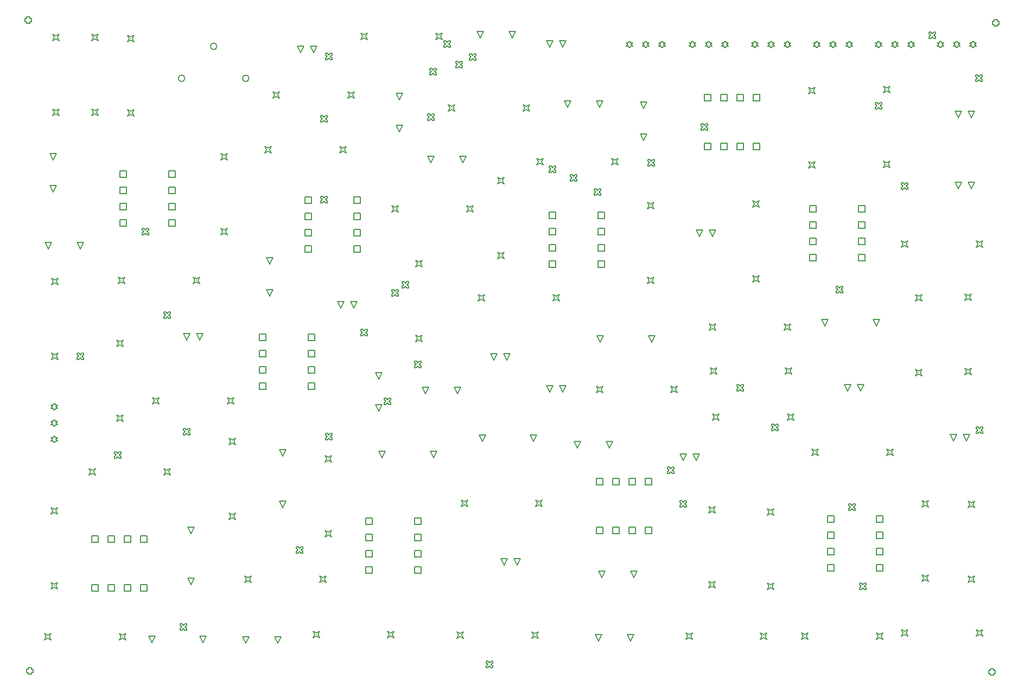
<source format=gbr>
G04*
G04 #@! TF.GenerationSoftware,Altium Limited,Altium Designer,22.4.2 (48)*
G04*
G04 Layer_Color=2752767*
%FSLAX25Y25*%
%MOIN*%
G70*
G04*
G04 #@! TF.SameCoordinates,9D7DA267-A193-428E-9E10-CD2539F38239*
G04*
G04*
G04 #@! TF.FilePolarity,Positive*
G04*
G01*
G75*
%ADD36C,0.00500*%
%ADD37C,0.00667*%
D36*
X530500Y445000D02*
Y449000D01*
X534500D01*
Y445000D01*
X530500D01*
X540500D02*
Y449000D01*
X544500D01*
Y445000D01*
X540500D01*
X550500D02*
Y449000D01*
X554500D01*
Y445000D01*
X550500D01*
X520500Y415000D02*
Y419000D01*
X524500D01*
Y415000D01*
X520500D01*
X144000Y143500D02*
Y147500D01*
X148000D01*
Y143500D01*
X144000D01*
X154000D02*
Y147500D01*
X158000D01*
Y143500D01*
X154000D01*
X164000D02*
Y147500D01*
X168000D01*
Y143500D01*
X164000D01*
X174000D02*
Y147500D01*
X178000D01*
Y143500D01*
X174000D01*
X144000Y173500D02*
Y177500D01*
X148000D01*
Y173500D01*
X144000D01*
X154000D02*
Y177500D01*
X158000D01*
Y173500D01*
X154000D01*
X164000D02*
Y177500D01*
X168000D01*
Y173500D01*
X164000D01*
X174000D02*
Y177500D01*
X178000D01*
Y173500D01*
X174000D01*
X277000Y267500D02*
Y271500D01*
X281000D01*
Y267500D01*
X277000D01*
Y277500D02*
Y281500D01*
X281000D01*
Y277500D01*
X277000D01*
Y287500D02*
Y291500D01*
X281000D01*
Y287500D01*
X277000D01*
Y297500D02*
Y301500D01*
X281000D01*
Y297500D01*
X277000D01*
X247000Y267500D02*
Y271500D01*
X251000D01*
Y267500D01*
X247000D01*
Y277500D02*
Y281500D01*
X251000D01*
Y277500D01*
X247000D01*
Y287500D02*
Y291500D01*
X251000D01*
Y287500D01*
X247000D01*
Y297500D02*
Y301500D01*
X251000D01*
Y297500D01*
X247000D01*
X585000Y376500D02*
Y380500D01*
X589000D01*
Y376500D01*
X585000D01*
Y366500D02*
Y370500D01*
X589000D01*
Y366500D01*
X585000D01*
Y356500D02*
Y360500D01*
X589000D01*
Y356500D01*
X585000D01*
Y346500D02*
Y350500D01*
X589000D01*
Y346500D01*
X585000D01*
X615000Y376500D02*
Y380500D01*
X619000D01*
Y376500D01*
X615000D01*
Y366500D02*
Y370500D01*
X619000D01*
Y366500D01*
X615000D01*
Y356500D02*
Y360500D01*
X619000D01*
Y356500D01*
X615000D01*
Y346500D02*
Y350500D01*
X619000D01*
Y346500D01*
X615000D01*
X425000Y372500D02*
Y376500D01*
X429000D01*
Y372500D01*
X425000D01*
Y362500D02*
Y366500D01*
X429000D01*
Y362500D01*
X425000D01*
Y352500D02*
Y356500D01*
X429000D01*
Y352500D01*
X425000D01*
Y342500D02*
Y346500D01*
X429000D01*
Y342500D01*
X425000D01*
X455000Y372500D02*
Y376500D01*
X459000D01*
Y372500D01*
X455000D01*
Y362500D02*
Y366500D01*
X459000D01*
Y362500D01*
X455000D01*
Y352500D02*
Y356500D01*
X459000D01*
Y352500D01*
X455000D01*
Y342500D02*
Y346500D01*
X459000D01*
Y342500D01*
X455000D01*
X161500Y398000D02*
Y402000D01*
X165500D01*
Y398000D01*
X161500D01*
Y388000D02*
Y392000D01*
X165500D01*
Y388000D01*
X161500D01*
Y378000D02*
Y382000D01*
X165500D01*
Y378000D01*
X161500D01*
Y368000D02*
Y372000D01*
X165500D01*
Y368000D01*
X161500D01*
X191500Y398000D02*
Y402000D01*
X195500D01*
Y398000D01*
X191500D01*
Y388000D02*
Y392000D01*
X195500D01*
Y388000D01*
X191500D01*
Y378000D02*
Y382000D01*
X195500D01*
Y378000D01*
X191500D01*
Y368000D02*
Y372000D01*
X195500D01*
Y368000D01*
X191500D01*
X520500Y445000D02*
Y449000D01*
X524500D01*
Y445000D01*
X520500D01*
X550500Y415000D02*
Y419000D01*
X554500D01*
Y415000D01*
X550500D01*
X540500D02*
Y419000D01*
X544500D01*
Y415000D01*
X540500D01*
X530500D02*
Y419000D01*
X534500D01*
Y415000D01*
X530500D01*
X455500Y113000D02*
X453500Y117000D01*
X457500D01*
X455500Y113000D01*
X475185D02*
X473185Y117000D01*
X477185D01*
X475185Y113000D01*
X312500Y184500D02*
Y188500D01*
X316500D01*
Y184500D01*
X312500D01*
Y174500D02*
Y178500D01*
X316500D01*
Y174500D01*
X312500D01*
Y164500D02*
Y168500D01*
X316500D01*
Y164500D01*
X312500D01*
Y154500D02*
Y158500D01*
X316500D01*
Y154500D01*
X312500D01*
X342500Y184500D02*
Y188500D01*
X346500D01*
Y184500D01*
X342500D01*
Y174500D02*
Y178500D01*
X346500D01*
Y174500D01*
X342500D01*
Y164500D02*
Y168500D01*
X346500D01*
Y164500D01*
X342500D01*
Y154500D02*
Y158500D01*
X346500D01*
Y154500D01*
X342500D01*
X454000Y179000D02*
Y183000D01*
X458000D01*
Y179000D01*
X454000D01*
X464000D02*
Y183000D01*
X468000D01*
Y179000D01*
X464000D01*
X474000D02*
Y183000D01*
X478000D01*
Y179000D01*
X474000D01*
X484000D02*
Y183000D01*
X488000D01*
Y179000D01*
X484000D01*
X454000Y209000D02*
Y213000D01*
X458000D01*
Y209000D01*
X454000D01*
X464000D02*
Y213000D01*
X468000D01*
Y209000D01*
X464000D01*
X474000D02*
Y213000D01*
X478000D01*
Y209000D01*
X474000D01*
X484000D02*
Y213000D01*
X488000D01*
Y209000D01*
X484000D01*
X275000Y382000D02*
Y386000D01*
X279000D01*
Y382000D01*
X275000D01*
Y372000D02*
Y376000D01*
X279000D01*
Y372000D01*
X275000D01*
Y362000D02*
Y366000D01*
X279000D01*
Y362000D01*
X275000D01*
Y352000D02*
Y356000D01*
X279000D01*
Y352000D01*
X275000D01*
X305000Y382000D02*
Y386000D01*
X309000D01*
Y382000D01*
X305000D01*
Y372000D02*
Y376000D01*
X309000D01*
Y372000D01*
X305000D01*
Y362000D02*
Y366000D01*
X309000D01*
Y362000D01*
X305000D01*
Y352000D02*
Y356000D01*
X309000D01*
Y352000D01*
X305000D01*
X596000Y186000D02*
Y190000D01*
X600000D01*
Y186000D01*
X596000D01*
Y176000D02*
Y180000D01*
X600000D01*
Y176000D01*
X596000D01*
Y166000D02*
Y170000D01*
X600000D01*
Y166000D01*
X596000D01*
Y156000D02*
Y160000D01*
X600000D01*
Y156000D01*
X596000D01*
X626000Y186000D02*
Y190000D01*
X630000D01*
Y186000D01*
X626000D01*
Y176000D02*
Y180000D01*
X630000D01*
Y176000D01*
X626000D01*
Y166000D02*
Y170000D01*
X630000D01*
Y166000D01*
X626000D01*
Y156000D02*
Y160000D01*
X630000D01*
Y156000D01*
X626000D01*
X121000Y255000D02*
X122000Y256000D01*
X123000D01*
X122000Y257000D01*
X123000Y258000D01*
X122000D01*
X121000Y259000D01*
X120000Y258000D01*
X119000D01*
X120000Y257000D01*
X119000Y256000D01*
X120000D01*
X121000Y255000D01*
Y245000D02*
X122000Y246000D01*
X123000D01*
X122000Y247000D01*
X123000Y248000D01*
X122000D01*
X121000Y249000D01*
X120000Y248000D01*
X119000D01*
X120000Y247000D01*
X119000Y246000D01*
X120000D01*
X121000Y245000D01*
Y235000D02*
X122000Y236000D01*
X123000D01*
X122000Y237000D01*
X123000Y238000D01*
X122000D01*
X121000Y239000D01*
X120000Y238000D01*
X119000D01*
X120000Y237000D01*
X119000Y236000D01*
X120000D01*
X121000Y235000D01*
X181000Y112000D02*
X179000Y116000D01*
X183000D01*
X181000Y112000D01*
X212496D02*
X210496Y116000D01*
X214496D01*
X212496Y112000D01*
X205000Y147504D02*
X203000Y151504D01*
X207000D01*
X205000Y147504D01*
Y179000D02*
X203000Y183000D01*
X207000D01*
X205000Y179000D01*
X261500Y226500D02*
X259500Y230500D01*
X263500D01*
X261500Y226500D01*
Y195004D02*
X259500Y199004D01*
X263500D01*
X261500Y195004D01*
X354000Y225500D02*
X352000Y229500D01*
X356000D01*
X354000Y225500D01*
X322504D02*
X320504Y229500D01*
X324504D01*
X322504Y225500D01*
X384000Y235500D02*
X382000Y239500D01*
X386000D01*
X384000Y235500D01*
X415496D02*
X413496Y239500D01*
X417496D01*
X415496Y235500D01*
X594504Y306500D02*
X592504Y310500D01*
X596504D01*
X594504Y306500D01*
X626000D02*
X624000Y310500D01*
X628000D01*
X626000Y306500D01*
X456504Y296500D02*
X454504Y300500D01*
X458504D01*
X456504Y296500D01*
X488000D02*
X486000Y300500D01*
X490000D01*
X488000Y296500D01*
X287500Y177067D02*
X288500Y179067D01*
X287500Y181067D01*
X289500Y180067D01*
X291500Y181067D01*
X290500Y179067D01*
X291500Y177067D01*
X289500Y178067D01*
X287500Y177067D01*
Y223000D02*
X288500Y225000D01*
X287500Y227000D01*
X289500Y226000D01*
X291500Y227000D01*
X290500Y225000D01*
X291500Y223000D01*
X289500Y224000D01*
X287500Y223000D01*
X228500Y233500D02*
X229500Y235500D01*
X228500Y237500D01*
X230500Y236500D01*
X232500Y237500D01*
X231500Y235500D01*
X232500Y233500D01*
X230500Y234500D01*
X228500Y233500D01*
Y187567D02*
X229500Y189567D01*
X228500Y191567D01*
X230500Y190567D01*
X232500Y191567D01*
X231500Y189567D01*
X232500Y187567D01*
X230500Y188567D01*
X228500Y187567D01*
X280000Y115000D02*
X281000Y117000D01*
X280000Y119000D01*
X282000Y118000D01*
X284000Y119000D01*
X283000Y117000D01*
X284000Y115000D01*
X282000Y116000D01*
X280000Y115000D01*
X325933D02*
X326933Y117000D01*
X325933Y119000D01*
X327933Y118000D01*
X329933Y119000D01*
X328933Y117000D01*
X329933Y115000D01*
X327933Y116000D01*
X325933Y115000D01*
X188500Y215000D02*
X189500Y217000D01*
X188500Y219000D01*
X190500Y218000D01*
X192500Y219000D01*
X191500Y217000D01*
X192500Y215000D01*
X190500Y216000D01*
X188500Y215000D01*
X142567D02*
X143567Y217000D01*
X142567Y219000D01*
X144567Y218000D01*
X146567Y219000D01*
X145567Y217000D01*
X146567Y215000D01*
X144567Y216000D01*
X142567Y215000D01*
X159500Y248067D02*
X160500Y250067D01*
X159500Y252067D01*
X161500Y251067D01*
X163500Y252067D01*
X162500Y250067D01*
X163500Y248067D01*
X161500Y249067D01*
X159500Y248067D01*
Y294000D02*
X160500Y296000D01*
X159500Y298000D01*
X161500Y297000D01*
X163500Y298000D01*
X162500Y296000D01*
X163500Y294000D01*
X161500Y295000D01*
X159500Y294000D01*
X119000Y145067D02*
X120000Y147067D01*
X119000Y149067D01*
X121000Y148067D01*
X123000Y149067D01*
X122000Y147067D01*
X123000Y145067D01*
X121000Y146067D01*
X119000Y145067D01*
Y191000D02*
X120000Y193000D01*
X119000Y195000D01*
X121000Y194000D01*
X123000Y195000D01*
X122000Y193000D01*
X123000Y191000D01*
X121000Y192000D01*
X119000Y191000D01*
X238067Y149000D02*
X239067Y151000D01*
X238067Y153000D01*
X240067Y152000D01*
X242067Y153000D01*
X241067Y151000D01*
X242067Y149000D01*
X240067Y150000D01*
X238067Y149000D01*
X284000D02*
X285000Y151000D01*
X284000Y153000D01*
X286000Y152000D01*
X288000Y153000D01*
X287000Y151000D01*
X288000Y149000D01*
X286000Y150000D01*
X284000Y149000D01*
X161000Y113500D02*
X162000Y115500D01*
X161000Y117500D01*
X163000Y116500D01*
X165000Y117500D01*
X164000Y115500D01*
X165000Y113500D01*
X163000Y114500D01*
X161000Y113500D01*
X115067D02*
X116067Y115500D01*
X115067Y117500D01*
X117067Y116500D01*
X119067Y117500D01*
X118067Y115500D01*
X119067Y113500D01*
X117067Y114500D01*
X115067Y113500D01*
X414500Y114500D02*
X415500Y116500D01*
X414500Y118500D01*
X416500Y117500D01*
X418500Y118500D01*
X417500Y116500D01*
X418500Y114500D01*
X416500Y115500D01*
X414500Y114500D01*
X368567D02*
X369567Y116500D01*
X368567Y118500D01*
X370567Y117500D01*
X372567Y118500D01*
X371567Y116500D01*
X372567Y114500D01*
X370567Y115500D01*
X368567Y114500D01*
X454000Y265500D02*
X455000Y267500D01*
X454000Y269500D01*
X456000Y268500D01*
X458000Y269500D01*
X457000Y267500D01*
X458000Y265500D01*
X456000Y266500D01*
X454000Y265500D01*
X499933D02*
X500933Y267500D01*
X499933Y269500D01*
X501933Y268500D01*
X503933Y269500D01*
X502933Y267500D01*
X503933Y265500D01*
X501933Y266500D01*
X499933Y265500D01*
X416933Y195500D02*
X417933Y197500D01*
X416933Y199500D01*
X418933Y198500D01*
X420933Y199500D01*
X419933Y197500D01*
X420933Y195500D01*
X418933Y196500D01*
X416933Y195500D01*
X371000D02*
X372000Y197500D01*
X371000Y199500D01*
X373000Y198500D01*
X375000Y199500D01*
X374000Y197500D01*
X375000Y195500D01*
X373000Y196500D01*
X371000Y195500D01*
X554933Y114000D02*
X555933Y116000D01*
X554933Y118000D01*
X556933Y117000D01*
X558933Y118000D01*
X557933Y116000D01*
X558933Y114000D01*
X556933Y115000D01*
X554933Y114000D01*
X509000D02*
X510000Y116000D01*
X509000Y118000D01*
X511000Y117000D01*
X513000Y118000D01*
X512000Y116000D01*
X513000Y114000D01*
X511000Y115000D01*
X509000Y114000D01*
X523000Y191500D02*
X524000Y193500D01*
X523000Y195500D01*
X525000Y194500D01*
X527000Y195500D01*
X526000Y193500D01*
X527000Y191500D01*
X525000Y192500D01*
X523000Y191500D01*
Y145567D02*
X524000Y147567D01*
X523000Y149567D01*
X525000Y148567D01*
X527000Y149567D01*
X526000Y147567D01*
X527000Y145567D01*
X525000Y146567D01*
X523000Y145567D01*
X580067Y114000D02*
X581067Y116000D01*
X580067Y118000D01*
X582067Y117000D01*
X584067Y118000D01*
X583067Y116000D01*
X584067Y114000D01*
X582067Y115000D01*
X580067Y114000D01*
X626000D02*
X627000Y116000D01*
X626000Y118000D01*
X628000Y117000D01*
X630000Y118000D01*
X629000Y116000D01*
X630000Y114000D01*
X628000Y115000D01*
X626000Y114000D01*
X687433Y116000D02*
X688433Y118000D01*
X687433Y120000D01*
X689433Y119000D01*
X691433Y120000D01*
X690433Y118000D01*
X691433Y116000D01*
X689433Y117000D01*
X687433Y116000D01*
X641500D02*
X642500Y118000D01*
X641500Y120000D01*
X643500Y119000D01*
X645500Y120000D01*
X644500Y118000D01*
X645500Y116000D01*
X643500Y117000D01*
X641500Y116000D01*
X525567Y248500D02*
X526567Y250500D01*
X525567Y252500D01*
X527567Y251500D01*
X529567Y252500D01*
X528567Y250500D01*
X529567Y248500D01*
X527567Y249500D01*
X525567Y248500D01*
X571500D02*
X572500Y250500D01*
X571500Y252500D01*
X573500Y251500D01*
X575500Y252500D01*
X574500Y250500D01*
X575500Y248500D01*
X573500Y249500D01*
X571500Y248500D01*
X559000Y190433D02*
X560000Y192433D01*
X559000Y194433D01*
X561000Y193433D01*
X563000Y194433D01*
X562000Y192433D01*
X563000Y190433D01*
X561000Y191433D01*
X559000Y190433D01*
Y144500D02*
X560000Y146500D01*
X559000Y148500D01*
X561000Y147500D01*
X563000Y148500D01*
X562000Y146500D01*
X563000Y144500D01*
X561000Y145500D01*
X559000Y144500D01*
X682500Y194933D02*
X683500Y196933D01*
X682500Y198933D01*
X684500Y197933D01*
X686500Y198933D01*
X685500Y196933D01*
X686500Y194933D01*
X684500Y195933D01*
X682500Y194933D01*
Y149000D02*
X683500Y151000D01*
X682500Y153000D01*
X684500Y152000D01*
X686500Y153000D01*
X685500Y151000D01*
X686500Y149000D01*
X684500Y150000D01*
X682500Y149000D01*
X680500Y276500D02*
X681500Y278500D01*
X680500Y280500D01*
X682500Y279500D01*
X684500Y280500D01*
X683500Y278500D01*
X684500Y276500D01*
X682500Y277500D01*
X680500Y276500D01*
Y322433D02*
X681500Y324433D01*
X680500Y326433D01*
X682500Y325433D01*
X684500Y326433D01*
X683500Y324433D01*
X684500Y322433D01*
X682500Y323433D01*
X680500Y322433D01*
X641567Y355000D02*
X642567Y357000D01*
X641567Y359000D01*
X643567Y358000D01*
X645567Y359000D01*
X644567Y357000D01*
X645567Y355000D01*
X643567Y356000D01*
X641567Y355000D01*
X687500D02*
X688500Y357000D01*
X687500Y359000D01*
X689500Y358000D01*
X691500Y359000D01*
X690500Y357000D01*
X691500Y355000D01*
X689500Y356000D01*
X687500Y355000D01*
X632500Y227000D02*
X633500Y229000D01*
X632500Y231000D01*
X634500Y230000D01*
X636500Y231000D01*
X635500Y229000D01*
X636500Y227000D01*
X634500Y228000D01*
X632500Y227000D01*
X586567D02*
X587567Y229000D01*
X586567Y231000D01*
X588567Y230000D01*
X590567Y231000D01*
X589567Y229000D01*
X590567Y227000D01*
X588567Y228000D01*
X586567Y227000D01*
X654000Y195433D02*
X655000Y197433D01*
X654000Y199433D01*
X656000Y198433D01*
X658000Y199433D01*
X657000Y197433D01*
X658000Y195433D01*
X656000Y196433D01*
X654000Y195433D01*
Y149500D02*
X655000Y151500D01*
X654000Y153500D01*
X656000Y152500D01*
X658000Y153500D01*
X657000Y151500D01*
X658000Y149500D01*
X656000Y150500D01*
X654000Y149500D01*
X650000Y321933D02*
X651000Y323933D01*
X650000Y325933D01*
X652000Y324933D01*
X654000Y325933D01*
X653000Y323933D01*
X654000Y321933D01*
X652000Y322933D01*
X650000Y321933D01*
Y276000D02*
X651000Y278000D01*
X650000Y280000D01*
X652000Y279000D01*
X654000Y280000D01*
X653000Y278000D01*
X654000Y276000D01*
X652000Y277000D01*
X650000Y276000D01*
X550000Y333567D02*
X551000Y335567D01*
X550000Y337567D01*
X552000Y336567D01*
X554000Y337567D01*
X553000Y335567D01*
X554000Y333567D01*
X552000Y334567D01*
X550000Y333567D01*
Y379500D02*
X551000Y381500D01*
X550000Y383500D01*
X552000Y382500D01*
X554000Y383500D01*
X553000Y381500D01*
X554000Y379500D01*
X552000Y380500D01*
X550000Y379500D01*
X630500Y449933D02*
X631500Y451933D01*
X630500Y453933D01*
X632500Y452933D01*
X634500Y453933D01*
X633500Y451933D01*
X634500Y449933D01*
X632500Y450933D01*
X630500Y449933D01*
Y404000D02*
X631500Y406000D01*
X630500Y408000D01*
X632500Y407000D01*
X634500Y408000D01*
X633500Y406000D01*
X634500Y404000D01*
X632500Y405000D01*
X630500Y404000D01*
X570000Y277000D02*
X571000Y279000D01*
X570000Y281000D01*
X572000Y280000D01*
X574000Y281000D01*
X573000Y279000D01*
X574000Y277000D01*
X572000Y278000D01*
X570000Y277000D01*
X524067D02*
X525067Y279000D01*
X524067Y281000D01*
X526067Y280000D01*
X528067Y281000D01*
X527067Y279000D01*
X528067Y277000D01*
X526067Y278000D01*
X524067Y277000D01*
X343000Y343000D02*
X344000Y345000D01*
X343000Y347000D01*
X345000Y346000D01*
X347000Y347000D01*
X346000Y345000D01*
X347000Y343000D01*
X345000Y344000D01*
X343000Y343000D01*
Y297067D02*
X344000Y299067D01*
X343000Y301067D01*
X345000Y300067D01*
X347000Y301067D01*
X346000Y299067D01*
X347000Y297067D01*
X345000Y298067D01*
X343000Y297067D01*
X569500Y304000D02*
X570500Y306000D01*
X569500Y308000D01*
X571500Y307000D01*
X573500Y308000D01*
X572500Y306000D01*
X573500Y304000D01*
X571500Y305000D01*
X569500Y304000D01*
X523567D02*
X524567Y306000D01*
X523567Y308000D01*
X525567Y307000D01*
X527567Y308000D01*
X526567Y306000D01*
X527567Y304000D01*
X525567Y305000D01*
X523567Y304000D01*
X584500Y403500D02*
X585500Y405500D01*
X584500Y407500D01*
X586500Y406500D01*
X588500Y407500D01*
X587500Y405500D01*
X588500Y403500D01*
X586500Y404500D01*
X584500Y403500D01*
Y449433D02*
X585500Y451433D01*
X584500Y453433D01*
X586500Y452433D01*
X588500Y453433D01*
X587500Y451433D01*
X588500Y449433D01*
X586500Y450433D01*
X584500Y449433D01*
X393500Y348067D02*
X394500Y350067D01*
X393500Y352067D01*
X395500Y351067D01*
X397500Y352067D01*
X396500Y350067D01*
X397500Y348067D01*
X395500Y349067D01*
X393500Y348067D01*
Y394000D02*
X394500Y396000D01*
X393500Y398000D01*
X395500Y397000D01*
X397500Y398000D01*
X396500Y396000D01*
X397500Y394000D01*
X395500Y395000D01*
X393500Y394000D01*
X381500Y322000D02*
X382500Y324000D01*
X381500Y326000D01*
X383500Y325000D01*
X385500Y326000D01*
X384500Y324000D01*
X385500Y322000D01*
X383500Y323000D01*
X381500Y322000D01*
X427433D02*
X428433Y324000D01*
X427433Y326000D01*
X429433Y325000D01*
X431433Y326000D01*
X430433Y324000D01*
X431433Y322000D01*
X429433Y323000D01*
X427433Y322000D01*
X417500Y405500D02*
X418500Y407500D01*
X417500Y409500D01*
X419500Y408500D01*
X421500Y409500D01*
X420500Y407500D01*
X421500Y405500D01*
X419500Y406500D01*
X417500Y405500D01*
X463433D02*
X464433Y407500D01*
X463433Y409500D01*
X465433Y408500D01*
X467433Y409500D01*
X466433Y407500D01*
X467433Y405500D01*
X465433Y406500D01*
X463433Y405500D01*
X485500Y332567D02*
X486500Y334567D01*
X485500Y336567D01*
X487500Y335567D01*
X489500Y336567D01*
X488500Y334567D01*
X489500Y332567D01*
X487500Y333567D01*
X485500Y332567D01*
Y378500D02*
X486500Y380500D01*
X485500Y382500D01*
X487500Y381500D01*
X489500Y382500D01*
X488500Y380500D01*
X489500Y378500D01*
X487500Y379500D01*
X485500Y378500D01*
X363067Y438500D02*
X364067Y440500D01*
X363067Y442500D01*
X365067Y441500D01*
X367067Y442500D01*
X366067Y440500D01*
X367067Y438500D01*
X365067Y439500D01*
X363067Y438500D01*
X409000D02*
X410000Y440500D01*
X409000Y442500D01*
X411000Y441500D01*
X413000Y442500D01*
X412000Y440500D01*
X413000Y438500D01*
X411000Y439500D01*
X409000Y438500D01*
X374433Y376500D02*
X375433Y378500D01*
X374433Y380500D01*
X376433Y379500D01*
X378433Y380500D01*
X377433Y378500D01*
X378433Y376500D01*
X376433Y377500D01*
X374433Y376500D01*
X328500D02*
X329500Y378500D01*
X328500Y380500D01*
X330500Y379500D01*
X332500Y380500D01*
X331500Y378500D01*
X332500Y376500D01*
X330500Y377500D01*
X328500Y376500D01*
X355500Y482500D02*
X356500Y484500D01*
X355500Y486500D01*
X357500Y485500D01*
X359500Y486500D01*
X358500Y484500D01*
X359500Y482500D01*
X357500Y483500D01*
X355500Y482500D01*
X309567D02*
X310567Y484500D01*
X309567Y486500D01*
X311567Y485500D01*
X313567Y486500D01*
X312567Y484500D01*
X313567Y482500D01*
X311567Y483500D01*
X309567Y482500D01*
X250567Y413000D02*
X251567Y415000D01*
X250567Y417000D01*
X252567Y416000D01*
X254567Y417000D01*
X253567Y415000D01*
X254567Y413000D01*
X252567Y414000D01*
X250567Y413000D01*
X296500D02*
X297500Y415000D01*
X296500Y417000D01*
X298500Y416000D01*
X300500Y417000D01*
X299500Y415000D01*
X300500Y413000D01*
X298500Y414000D01*
X296500Y413000D01*
X227433Y258500D02*
X228433Y260500D01*
X227433Y262500D01*
X229433Y261500D01*
X231433Y262500D01*
X230433Y260500D01*
X231433Y258500D01*
X229433Y259500D01*
X227433Y258500D01*
X181500D02*
X182500Y260500D01*
X181500Y262500D01*
X183500Y261500D01*
X185500Y262500D01*
X184500Y260500D01*
X185500Y258500D01*
X183500Y259500D01*
X181500Y258500D01*
X223500Y408500D02*
X224500Y410500D01*
X223500Y412500D01*
X225500Y411500D01*
X227500Y412500D01*
X226500Y410500D01*
X227500Y408500D01*
X225500Y409500D01*
X223500Y408500D01*
Y362567D02*
X224500Y364567D01*
X223500Y366567D01*
X225500Y365567D01*
X227500Y366567D01*
X226500Y364567D01*
X227500Y362567D01*
X225500Y363567D01*
X223500Y362567D01*
X206433Y332500D02*
X207433Y334500D01*
X206433Y336500D01*
X208433Y335500D01*
X210433Y336500D01*
X209433Y334500D01*
X210433Y332500D01*
X208433Y333500D01*
X206433Y332500D01*
X160500D02*
X161500Y334500D01*
X160500Y336500D01*
X162500Y335500D01*
X164500Y336500D01*
X163500Y334500D01*
X164500Y332500D01*
X162500Y333500D01*
X160500Y332500D01*
X301433Y446500D02*
X302433Y448500D01*
X301433Y450500D01*
X303433Y449500D01*
X305433Y450500D01*
X304433Y448500D01*
X305433Y446500D01*
X303433Y447500D01*
X301433Y446500D01*
X255500D02*
X256500Y448500D01*
X255500Y450500D01*
X257500Y449500D01*
X259500Y450500D01*
X258500Y448500D01*
X259500Y446500D01*
X257500Y447500D01*
X255500Y446500D01*
X119500Y286067D02*
X120500Y288067D01*
X119500Y290067D01*
X121500Y289067D01*
X123500Y290067D01*
X122500Y288067D01*
X123500Y286067D01*
X121500Y287067D01*
X119500Y286067D01*
Y332000D02*
X120500Y334000D01*
X119500Y336000D01*
X121500Y335000D01*
X123500Y336000D01*
X122500Y334000D01*
X123500Y332000D01*
X121500Y333000D01*
X119500Y332000D01*
X166000Y481433D02*
X167000Y483433D01*
X166000Y485433D01*
X168000Y484433D01*
X170000Y485433D01*
X169000Y483433D01*
X170000Y481433D01*
X168000Y482433D01*
X166000Y481433D01*
Y435500D02*
X167000Y437500D01*
X166000Y439500D01*
X168000Y438500D01*
X170000Y439500D01*
X169000Y437500D01*
X170000Y435500D01*
X168000Y436500D01*
X166000Y435500D01*
X144000Y436000D02*
X145000Y438000D01*
X144000Y440000D01*
X146000Y439000D01*
X148000Y440000D01*
X147000Y438000D01*
X148000Y436000D01*
X146000Y437000D01*
X144000Y436000D01*
Y481933D02*
X145000Y483933D01*
X144000Y485933D01*
X146000Y484933D01*
X148000Y485933D01*
X147000Y483933D01*
X148000Y481933D01*
X146000Y482933D01*
X144000Y481933D01*
X120000D02*
X121000Y483933D01*
X120000Y485933D01*
X122000Y484933D01*
X124000Y485933D01*
X123000Y483933D01*
X124000Y481933D01*
X122000Y482933D01*
X120000Y481933D01*
Y436000D02*
X121000Y438000D01*
X120000Y440000D01*
X122000Y439000D01*
X124000Y440000D01*
X123000Y438000D01*
X124000Y436000D01*
X122000Y437000D01*
X120000Y436000D01*
X210500Y298000D02*
X208500Y302000D01*
X212500D01*
X210500Y298000D01*
X202500D02*
X200500Y302000D01*
X204500D01*
X202500Y298000D01*
X397500Y159500D02*
X395500Y163500D01*
X399500D01*
X397500Y159500D01*
X405500D02*
X403500Y163500D01*
X407500D01*
X405500Y159500D01*
X425500Y266000D02*
X423500Y270000D01*
X427500D01*
X425500Y266000D01*
X433500D02*
X431500Y270000D01*
X435500D01*
X433500Y266000D01*
X507500Y224000D02*
X505500Y228000D01*
X509500D01*
X507500Y224000D01*
X515500D02*
X513500Y228000D01*
X517500D01*
X515500Y224000D01*
X681500Y236000D02*
X679500Y240000D01*
X683500D01*
X681500Y236000D01*
X673500D02*
X671500Y240000D01*
X675500D01*
X673500Y236000D01*
X676500Y391000D02*
X674500Y395000D01*
X678500D01*
X676500Y391000D01*
X684500D02*
X682500Y395000D01*
X686500D01*
X684500Y391000D01*
X616500Y266500D02*
X614500Y270500D01*
X618500D01*
X616500Y266500D01*
X608500D02*
X606500Y270500D01*
X610500D01*
X608500Y266500D01*
X676500Y434500D02*
X674500Y438500D01*
X678500D01*
X676500Y434500D01*
X684500D02*
X682500Y438500D01*
X686500D01*
X684500Y434500D01*
X399000Y285500D02*
X397000Y289500D01*
X401000D01*
X399000Y285500D01*
X391000D02*
X389000Y289500D01*
X393000D01*
X391000Y285500D01*
X297000Y317500D02*
X295000Y321500D01*
X299000D01*
X297000Y317500D01*
X305000D02*
X303000Y321500D01*
X307000D01*
X305000Y317500D01*
X525500Y361500D02*
X523500Y365500D01*
X527500D01*
X525500Y361500D01*
X517500D02*
X515500Y365500D01*
X519500D01*
X517500Y361500D01*
X433500Y478000D02*
X431500Y482000D01*
X435500D01*
X433500Y478000D01*
X425500D02*
X423500Y482000D01*
X427500D01*
X425500Y478000D01*
X280500Y474500D02*
X278500Y478500D01*
X282500D01*
X280500Y474500D01*
X272500D02*
X270500Y478500D01*
X274500D01*
X272500Y474500D01*
X238815Y111500D02*
X236815Y115500D01*
X240815D01*
X238815Y111500D01*
X258500D02*
X256500Y115500D01*
X260500D01*
X258500Y111500D01*
X320500Y254315D02*
X318500Y258315D01*
X322500D01*
X320500Y254315D01*
Y274000D02*
X318500Y278000D01*
X322500D01*
X320500Y274000D01*
X457500Y152000D02*
X455500Y156000D01*
X459500D01*
X457500Y152000D01*
X477185D02*
X475185Y156000D01*
X479185D01*
X477185Y152000D01*
X462000Y231500D02*
X460000Y235500D01*
X464000D01*
X462000Y231500D01*
X442315D02*
X440315Y235500D01*
X444315D01*
X442315Y231500D01*
X349000Y265000D02*
X347000Y269000D01*
X351000D01*
X349000Y265000D01*
X368685D02*
X366685Y269000D01*
X370685D01*
X368685Y265000D01*
X483000Y420500D02*
X481000Y424500D01*
X485000D01*
X483000Y420500D01*
Y440185D02*
X481000Y444185D01*
X485000D01*
X483000Y440185D01*
X456185Y441000D02*
X454185Y445000D01*
X458185D01*
X456185Y441000D01*
X436500D02*
X434500Y445000D01*
X438500D01*
X436500Y441000D01*
X382815Y483500D02*
X380815Y487500D01*
X384815D01*
X382815Y483500D01*
X402500D02*
X400500Y487500D01*
X404500D01*
X402500Y483500D01*
X372000Y407000D02*
X370000Y411000D01*
X374000D01*
X372000Y407000D01*
X352315D02*
X350315Y411000D01*
X354315D01*
X352315Y407000D01*
X253500Y325000D02*
X251500Y329000D01*
X255500D01*
X253500Y325000D01*
Y344685D02*
X251500Y348685D01*
X255500D01*
X253500Y344685D01*
X137000Y354000D02*
X135000Y358000D01*
X139000D01*
X137000Y354000D01*
X117315D02*
X115315Y358000D01*
X119315D01*
X117315Y354000D01*
X333000Y425815D02*
X331000Y429815D01*
X335000D01*
X333000Y425815D01*
Y445500D02*
X331000Y449500D01*
X335000D01*
X333000Y445500D01*
X120500Y408500D02*
X118500Y412500D01*
X122500D01*
X120500Y408500D01*
Y388815D02*
X118500Y392815D01*
X122500D01*
X120500Y388815D01*
X685500Y477500D02*
X686500Y478500D01*
X687500D01*
X686500Y479500D01*
X687500Y480500D01*
X686500D01*
X685500Y481500D01*
X684500Y480500D01*
X683500D01*
X684500Y479500D01*
X683500Y478500D01*
X684500D01*
X685500Y477500D01*
X675500D02*
X676500Y478500D01*
X677500D01*
X676500Y479500D01*
X677500Y480500D01*
X676500D01*
X675500Y481500D01*
X674500Y480500D01*
X673500D01*
X674500Y479500D01*
X673500Y478500D01*
X674500D01*
X675500Y477500D01*
X665500D02*
X666500Y478500D01*
X667500D01*
X666500Y479500D01*
X667500Y480500D01*
X666500D01*
X665500Y481500D01*
X664500Y480500D01*
X663500D01*
X664500Y479500D01*
X663500Y478500D01*
X664500D01*
X665500Y477500D01*
X627500D02*
X628500Y478500D01*
X629500D01*
X628500Y479500D01*
X629500Y480500D01*
X628500D01*
X627500Y481500D01*
X626500Y480500D01*
X625500D01*
X626500Y479500D01*
X625500Y478500D01*
X626500D01*
X627500Y477500D01*
X637500D02*
X638500Y478500D01*
X639500D01*
X638500Y479500D01*
X639500Y480500D01*
X638500D01*
X637500Y481500D01*
X636500Y480500D01*
X635500D01*
X636500Y479500D01*
X635500Y478500D01*
X636500D01*
X637500Y477500D01*
X647500D02*
X648500Y478500D01*
X649500D01*
X648500Y479500D01*
X649500Y480500D01*
X648500D01*
X647500Y481500D01*
X646500Y480500D01*
X645500D01*
X646500Y479500D01*
X645500Y478500D01*
X646500D01*
X647500Y477500D01*
X609500D02*
X610500Y478500D01*
X611500D01*
X610500Y479500D01*
X611500Y480500D01*
X610500D01*
X609500Y481500D01*
X608500Y480500D01*
X607500D01*
X608500Y479500D01*
X607500Y478500D01*
X608500D01*
X609500Y477500D01*
X599500D02*
X600500Y478500D01*
X601500D01*
X600500Y479500D01*
X601500Y480500D01*
X600500D01*
X599500Y481500D01*
X598500Y480500D01*
X597500D01*
X598500Y479500D01*
X597500Y478500D01*
X598500D01*
X599500Y477500D01*
X589500D02*
X590500Y478500D01*
X591500D01*
X590500Y479500D01*
X591500Y480500D01*
X590500D01*
X589500Y481500D01*
X588500Y480500D01*
X587500D01*
X588500Y479500D01*
X587500Y478500D01*
X588500D01*
X589500Y477500D01*
X571500D02*
X572500Y478500D01*
X573500D01*
X572500Y479500D01*
X573500Y480500D01*
X572500D01*
X571500Y481500D01*
X570500Y480500D01*
X569500D01*
X570500Y479500D01*
X569500Y478500D01*
X570500D01*
X571500Y477500D01*
X561500D02*
X562500Y478500D01*
X563500D01*
X562500Y479500D01*
X563500Y480500D01*
X562500D01*
X561500Y481500D01*
X560500Y480500D01*
X559500D01*
X560500Y479500D01*
X559500Y478500D01*
X560500D01*
X561500Y477500D01*
X551500D02*
X552500Y478500D01*
X553500D01*
X552500Y479500D01*
X553500Y480500D01*
X552500D01*
X551500Y481500D01*
X550500Y480500D01*
X549500D01*
X550500Y479500D01*
X549500Y478500D01*
X550500D01*
X551500Y477500D01*
X533000D02*
X534000Y478500D01*
X535000D01*
X534000Y479500D01*
X535000Y480500D01*
X534000D01*
X533000Y481500D01*
X532000Y480500D01*
X531000D01*
X532000Y479500D01*
X531000Y478500D01*
X532000D01*
X533000Y477500D01*
X523000D02*
X524000Y478500D01*
X525000D01*
X524000Y479500D01*
X525000Y480500D01*
X524000D01*
X523000Y481500D01*
X522000Y480500D01*
X521000D01*
X522000Y479500D01*
X521000Y478500D01*
X522000D01*
X523000Y477500D01*
X513000D02*
X514000Y478500D01*
X515000D01*
X514000Y479500D01*
X515000Y480500D01*
X514000D01*
X513000Y481500D01*
X512000Y480500D01*
X511000D01*
X512000Y479500D01*
X511000Y478500D01*
X512000D01*
X513000Y477500D01*
X474500D02*
X475500Y478500D01*
X476500D01*
X475500Y479500D01*
X476500Y480500D01*
X475500D01*
X474500Y481500D01*
X473500Y480500D01*
X472500D01*
X473500Y479500D01*
X472500Y478500D01*
X473500D01*
X474500Y477500D01*
X484500D02*
X485500Y478500D01*
X486500D01*
X485500Y479500D01*
X486500Y480500D01*
X485500D01*
X484500Y481500D01*
X483500Y480500D01*
X482500D01*
X483500Y479500D01*
X482500Y478500D01*
X483500D01*
X484500Y477500D01*
X494500D02*
X495500Y478500D01*
X496500D01*
X495500Y479500D01*
X496500Y480500D01*
X495500D01*
X494500Y481500D01*
X493500Y480500D01*
X492500D01*
X493500Y479500D01*
X492500Y478500D01*
X493500D01*
X494500Y477500D01*
X698500Y492000D02*
Y491000D01*
X700500D01*
Y492000D01*
X701500D01*
Y494000D01*
X700500D01*
Y495000D01*
X698500D01*
Y494000D01*
X697500D01*
Y492000D01*
X698500D01*
X696000Y93000D02*
Y92000D01*
X698000D01*
Y93000D01*
X699000D01*
Y95000D01*
X698000D01*
Y96000D01*
X696000D01*
Y95000D01*
X695000D01*
Y93000D01*
X696000D01*
X105000Y93500D02*
Y92500D01*
X107000D01*
Y93500D01*
X108000D01*
Y95500D01*
X107000D01*
Y96500D01*
X105000D01*
Y95500D01*
X104000D01*
Y93500D01*
X105000D01*
X104000Y493500D02*
Y492500D01*
X106000D01*
Y493500D01*
X107000D01*
Y495500D01*
X106000D01*
Y496500D01*
X104000D01*
Y495500D01*
X103000D01*
Y493500D01*
X104000D01*
X135000Y286000D02*
X136000D01*
X137000Y287000D01*
X138000Y286000D01*
X139000D01*
Y287000D01*
X138000Y288000D01*
X139000Y289000D01*
Y290000D01*
X138000D01*
X137000Y289000D01*
X136000Y290000D01*
X135000D01*
Y289000D01*
X136000Y288000D01*
X135000Y287000D01*
Y286000D01*
X386500Y96500D02*
X387500D01*
X388500Y97500D01*
X389500Y96500D01*
X390500D01*
Y97500D01*
X389500Y98500D01*
X390500Y99500D01*
Y100500D01*
X389500D01*
X388500Y99500D01*
X387500Y100500D01*
X386500D01*
Y99500D01*
X387500Y98500D01*
X386500Y97500D01*
Y96500D01*
X367900Y465400D02*
X368900D01*
X369900Y466400D01*
X370900Y465400D01*
X371900D01*
Y466400D01*
X370900Y467400D01*
X371900Y468400D01*
Y469400D01*
X370900D01*
X369900Y468400D01*
X368900Y469400D01*
X367900D01*
Y468400D01*
X368900Y467400D01*
X367900Y466400D01*
Y465400D01*
X323700Y258400D02*
X324700D01*
X325700Y259400D01*
X326700Y258400D01*
X327700D01*
Y259400D01*
X326700Y260400D01*
X327700Y261400D01*
Y262400D01*
X326700D01*
X325700Y261400D01*
X324700Y262400D01*
X323700D01*
Y261400D01*
X324700Y260400D01*
X323700Y259400D01*
Y258400D01*
X625600Y440100D02*
X626600D01*
X627600Y441100D01*
X628600Y440100D01*
X629600D01*
Y441100D01*
X628600Y442100D01*
X629600Y443100D01*
Y444100D01*
X628600D01*
X627600Y443100D01*
X626600Y444100D01*
X625600D01*
Y443100D01*
X626600Y442100D01*
X625600Y441100D01*
Y440100D01*
X518400Y427000D02*
X519400D01*
X520400Y428000D01*
X521400Y427000D01*
X522400D01*
Y428000D01*
X521400Y429000D01*
X522400Y430000D01*
Y431000D01*
X521400D01*
X520400Y430000D01*
X519400Y431000D01*
X518400D01*
Y430000D01*
X519400Y429000D01*
X518400Y428000D01*
Y427000D01*
X505500Y195300D02*
X506500D01*
X507500Y196300D01*
X508500Y195300D01*
X509500D01*
Y196300D01*
X508500Y197300D01*
X509500Y198300D01*
Y199300D01*
X508500D01*
X507500Y198300D01*
X506500Y199300D01*
X505500D01*
Y198300D01*
X506500Y197300D01*
X505500Y196300D01*
Y195300D01*
X497700Y215897D02*
X498700D01*
X499700Y216897D01*
X500700Y215897D01*
X501700D01*
Y216897D01*
X500700Y217897D01*
X501700Y218897D01*
Y219897D01*
X500700D01*
X499700Y218897D01*
X498700Y219897D01*
X497700D01*
Y218897D01*
X498700Y217897D01*
X497700Y216897D01*
Y215897D01*
X687000Y457000D02*
X688000D01*
X689000Y458000D01*
X690000Y457000D01*
X691000D01*
Y458000D01*
X690000Y459000D01*
X691000Y460000D01*
Y461000D01*
X690000D01*
X689000Y460000D01*
X688000Y461000D01*
X687000D01*
Y460000D01*
X688000Y459000D01*
X687000Y458000D01*
Y457000D01*
X540500Y266500D02*
X541500D01*
X542500Y267500D01*
X543500Y266500D01*
X544500D01*
Y267500D01*
X543500Y268500D01*
X544500Y269500D01*
Y270500D01*
X543500D01*
X542500Y269500D01*
X541500Y270500D01*
X540500D01*
Y269500D01*
X541500Y268500D01*
X540500Y267500D01*
Y266500D01*
X287637Y470237D02*
X288637D01*
X289637Y471237D01*
X290637Y470237D01*
X291637D01*
Y471237D01*
X290637Y472237D01*
X291637Y473237D01*
Y474237D01*
X290637D01*
X289637Y473237D01*
X288637Y474237D01*
X287637D01*
Y473237D01*
X288637Y472237D01*
X287637Y471237D01*
Y470237D01*
X376200Y470000D02*
X377200D01*
X378200Y471000D01*
X379200Y470000D01*
X380200D01*
Y471000D01*
X379200Y472000D01*
X380200Y473000D01*
Y474000D01*
X379200D01*
X378200Y473000D01*
X377200Y474000D01*
X376200D01*
Y473000D01*
X377200Y472000D01*
X376200Y471000D01*
Y470000D01*
X561900Y242400D02*
X562900D01*
X563900Y243400D01*
X564900Y242400D01*
X565900D01*
Y243400D01*
X564900Y244400D01*
X565900Y245400D01*
Y246400D01*
X564900D01*
X563900Y245400D01*
X562900Y246400D01*
X561900D01*
Y245400D01*
X562900Y244400D01*
X561900Y243400D01*
Y242400D01*
X360300Y478100D02*
X361300D01*
X362300Y479100D01*
X363300Y478100D01*
X364300D01*
Y479100D01*
X363300Y480100D01*
X364300Y481100D01*
Y482100D01*
X363300D01*
X362300Y481100D01*
X361300Y482100D01*
X360300D01*
Y481100D01*
X361300Y480100D01*
X360300Y479100D01*
Y478100D01*
X351900Y460900D02*
X352900D01*
X353900Y461900D01*
X354900Y460900D01*
X355900D01*
Y461900D01*
X354900Y462900D01*
X355900Y463900D01*
Y464900D01*
X354900D01*
X353900Y463900D01*
X352900Y464900D01*
X351900D01*
Y463900D01*
X352900Y462900D01*
X351900Y461900D01*
Y460900D01*
X350315Y433100D02*
X351315D01*
X352315Y434100D01*
X353315Y433100D01*
X354315D01*
Y434100D01*
X353315Y435100D01*
X354315Y436100D01*
Y437100D01*
X353315D01*
X352315Y436100D01*
X351315Y437100D01*
X350315D01*
Y436100D01*
X351315Y435100D01*
X350315Y434100D01*
Y433100D01*
X175067Y362567D02*
X176067D01*
X177067Y363567D01*
X178067Y362567D01*
X179067D01*
Y363567D01*
X178067Y364567D01*
X179067Y365567D01*
Y366567D01*
X178067D01*
X177067Y365567D01*
X176067Y366567D01*
X175067D01*
Y365567D01*
X176067Y364567D01*
X175067Y363567D01*
Y362567D01*
X309400Y300600D02*
X310400D01*
X311400Y301600D01*
X312400Y300600D01*
X313400D01*
Y301600D01*
X312400Y302600D01*
X313400Y303600D01*
Y304600D01*
X312400D01*
X311400Y303600D01*
X310400Y304600D01*
X309400D01*
Y303600D01*
X310400Y302600D01*
X309400Y301600D01*
Y300600D01*
X641300Y390700D02*
X642300D01*
X643300Y391700D01*
X644300Y390700D01*
X645300D01*
Y391700D01*
X644300Y392700D01*
X645300Y393700D01*
Y394700D01*
X644300D01*
X643300Y393700D01*
X642300Y394700D01*
X641300D01*
Y393700D01*
X642300Y392700D01*
X641300Y391700D01*
Y390700D01*
X485800Y404800D02*
X486800D01*
X487800Y405800D01*
X488800Y404800D01*
X489800D01*
Y405800D01*
X488800Y406800D01*
X489800Y407800D01*
Y408800D01*
X488800D01*
X487800Y407800D01*
X486800Y408800D01*
X485800D01*
Y407800D01*
X486800Y406800D01*
X485800Y405800D01*
Y404800D01*
X284700Y382300D02*
X285700D01*
X286700Y383300D01*
X287700Y382300D01*
X288700D01*
Y383300D01*
X287700Y384300D01*
X288700Y385300D01*
Y386300D01*
X287700D01*
X286700Y385300D01*
X285700Y386300D01*
X284700D01*
Y385300D01*
X285700Y384300D01*
X284700Y383300D01*
Y382300D01*
Y431900D02*
X285700D01*
X286700Y432900D01*
X287700Y431900D01*
X288700D01*
Y432900D01*
X287700Y433900D01*
X288700Y434900D01*
Y435900D01*
X287700D01*
X286700Y434900D01*
X285700Y435900D01*
X284700D01*
Y434900D01*
X285700Y433900D01*
X284700Y432900D01*
Y431900D01*
X188500Y311200D02*
X189500D01*
X190500Y312200D01*
X191500Y311200D01*
X192500D01*
Y312200D01*
X191500Y313200D01*
X192500Y314200D01*
Y315200D01*
X191500D01*
X190500Y314200D01*
X189500Y315200D01*
X188500D01*
Y314200D01*
X189500Y313200D01*
X188500Y312200D01*
Y311200D01*
X334900Y330100D02*
X335900D01*
X336900Y331100D01*
X337900Y330100D01*
X338900D01*
Y331100D01*
X337900Y332100D01*
X338900Y333100D01*
Y334100D01*
X337900D01*
X336900Y333100D01*
X335900Y334100D01*
X334900D01*
Y333100D01*
X335900Y332100D01*
X334900Y331100D01*
Y330100D01*
X601300Y327100D02*
X602300D01*
X603300Y328100D01*
X604300Y327100D01*
X605300D01*
Y328100D01*
X604300Y329100D01*
X605300Y330100D01*
Y331100D01*
X604300D01*
X603300Y330100D01*
X602300Y331100D01*
X601300D01*
Y330100D01*
X602300Y329100D01*
X601300Y328100D01*
Y327100D01*
X158100Y225400D02*
X159100D01*
X160100Y226400D01*
X161100Y225400D01*
X162100D01*
Y226400D01*
X161100Y227400D01*
X162100Y228400D01*
Y229400D01*
X161100D01*
X160100Y228400D01*
X159100Y229400D01*
X158100D01*
Y228400D01*
X159100Y227400D01*
X158100Y226400D01*
Y225400D01*
X287700Y236500D02*
X288700D01*
X289700Y237500D01*
X290700Y236500D01*
X291700D01*
Y237500D01*
X290700Y238500D01*
X291700Y239500D01*
Y240500D01*
X290700D01*
X289700Y239500D01*
X288700Y240500D01*
X287700D01*
Y239500D01*
X288700Y238500D01*
X287700Y237500D01*
Y236500D01*
X198500Y119500D02*
X199500D01*
X200500Y120500D01*
X201500Y119500D01*
X202500D01*
Y120500D01*
X201500Y121500D01*
X202500Y122500D01*
Y123500D01*
X201500D01*
X200500Y122500D01*
X199500Y123500D01*
X198500D01*
Y122500D01*
X199500Y121500D01*
X198500Y120500D01*
Y119500D01*
X452700Y386900D02*
X453700D01*
X454700Y387900D01*
X455700Y386900D01*
X456700D01*
Y387900D01*
X455700Y388900D01*
X456700Y389900D01*
Y390900D01*
X455700D01*
X454700Y389900D01*
X453700Y390900D01*
X452700D01*
Y389900D01*
X453700Y388900D01*
X452700Y387900D01*
Y386900D01*
X609200Y193400D02*
X610200D01*
X611200Y194400D01*
X612200Y193400D01*
X613200D01*
Y194400D01*
X612200Y195400D01*
X613200Y196400D01*
Y197400D01*
X612200D01*
X611200Y196400D01*
X610200Y197400D01*
X609200D01*
Y196400D01*
X610200Y195400D01*
X609200Y194400D01*
Y193400D01*
X342300Y281100D02*
X343300D01*
X344300Y282100D01*
X345300Y281100D01*
X346300D01*
Y282100D01*
X345300Y283100D01*
X346300Y284100D01*
Y285100D01*
X345300D01*
X344300Y284100D01*
X343300Y285100D01*
X342300D01*
Y284100D01*
X343300Y283100D01*
X342300Y282100D01*
Y281100D01*
X328500Y325000D02*
X329500D01*
X330500Y326000D01*
X331500Y325000D01*
X332500D01*
Y326000D01*
X331500Y327000D01*
X332500Y328000D01*
Y329000D01*
X331500D01*
X330500Y328000D01*
X329500Y329000D01*
X328500D01*
Y328000D01*
X329500Y327000D01*
X328500Y326000D01*
Y325000D01*
X687433Y240600D02*
X688433D01*
X689433Y241600D01*
X690433Y240600D01*
X691433D01*
Y241600D01*
X690433Y242600D01*
X691433Y243600D01*
Y244600D01*
X690433D01*
X689433Y243600D01*
X688433Y244600D01*
X687433D01*
Y243600D01*
X688433Y242600D01*
X687433Y241600D01*
Y240600D01*
X438100Y395700D02*
X439100D01*
X440100Y396700D01*
X441100Y395700D01*
X442100D01*
Y396700D01*
X441100Y397700D01*
X442100Y398700D01*
Y399700D01*
X441100D01*
X440100Y398700D01*
X439100Y399700D01*
X438100D01*
Y398700D01*
X439100Y397700D01*
X438100Y396700D01*
Y395700D01*
X658400Y483300D02*
X659400D01*
X660400Y484300D01*
X661400Y483300D01*
X662400D01*
Y484300D01*
X661400Y485300D01*
X662400Y486300D01*
Y487300D01*
X661400D01*
X660400Y486300D01*
X659400Y487300D01*
X658400D01*
Y486300D01*
X659400Y485300D01*
X658400Y484300D01*
Y483300D01*
X200500Y239500D02*
X201500D01*
X202500Y240500D01*
X203500Y239500D01*
X204500D01*
Y240500D01*
X203500Y241500D01*
X204500Y242500D01*
Y243500D01*
X203500D01*
X202500Y242500D01*
X201500Y243500D01*
X200500D01*
Y242500D01*
X201500Y241500D01*
X200500Y240500D01*
Y239500D01*
X269700Y167000D02*
X270700D01*
X271700Y168000D01*
X272700Y167000D01*
X273700D01*
Y168000D01*
X272700Y169000D01*
X273700Y170000D01*
Y171000D01*
X272700D01*
X271700Y170000D01*
X270700Y171000D01*
X269700D01*
Y170000D01*
X270700Y169000D01*
X269700Y168000D01*
Y167000D01*
X615900Y144500D02*
X616900D01*
X617900Y145500D01*
X618900Y144500D01*
X619900D01*
Y145500D01*
X618900Y146500D01*
X619900Y147500D01*
Y148500D01*
X618900D01*
X617900Y147500D01*
X616900Y148500D01*
X615900D01*
Y147500D01*
X616900Y146500D01*
X615900Y145500D01*
Y144500D01*
X425000Y400900D02*
X426000D01*
X427000Y401900D01*
X428000Y400900D01*
X429000D01*
Y401900D01*
X428000Y402900D01*
X429000Y403900D01*
Y404900D01*
X428000D01*
X427000Y403900D01*
X426000Y404900D01*
X425000D01*
Y403900D01*
X426000Y402900D01*
X425000Y401900D01*
Y400900D01*
D37*
X201315Y458815D02*
G03*
X201315Y458815I-2000J0D01*
G01*
X240685D02*
G03*
X240685Y458815I-2000J0D01*
G01*
X221000Y478500D02*
G03*
X221000Y478500I-2000J0D01*
G01*
M02*

</source>
